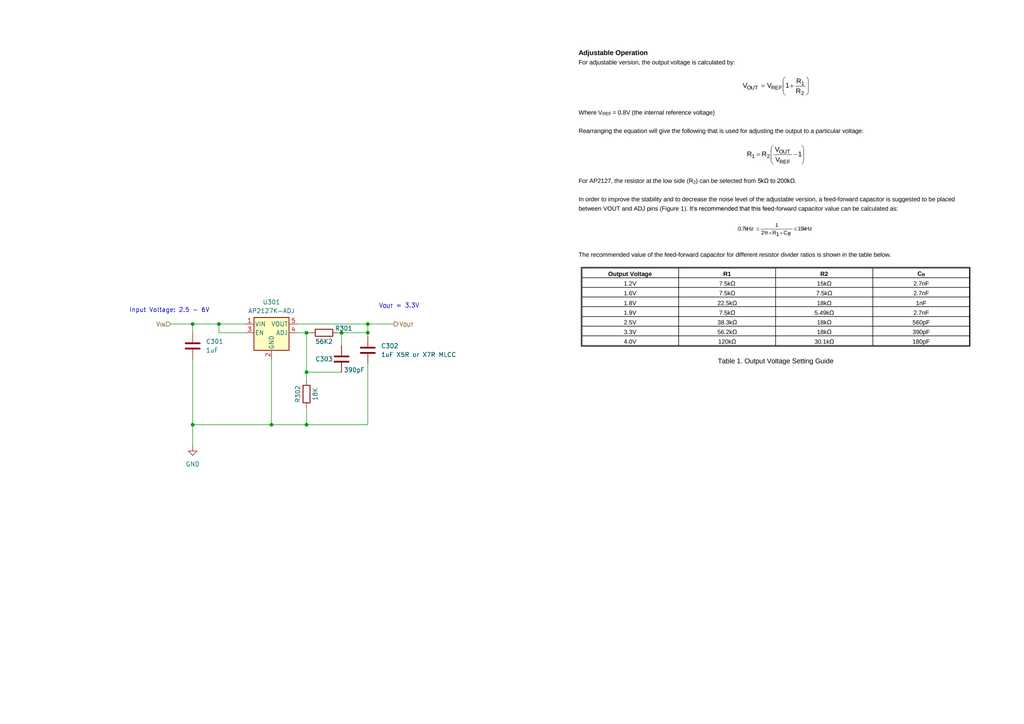
<source format=kicad_sch>
(kicad_sch (version 20230121) (generator eeschema)
  (paper "A4")
  (lib_symbols
    (symbol "Device:C" (pin_numbers hide) (pin_names (offset 0.254))
      (property "Reference" "C" (at 0.635 2.54 0))
      (property "Value" "C" (at 0.635 -2.54 0))
      (symbol "C_0_1"
        (polyline (pts (xy -2.032 -0.762) (xy 2.032 -0.762)) (stroke (width 0.508)))
        (polyline (pts (xy -2.032 0.762) (xy 2.032 0.762)) (stroke (width 0.508)))
      )
      (symbol "C_1_1"
        (pin passive line (at 0 3.81 270) (length 2.794) (name "~") (number "1"))
        (pin passive line (at 0 -3.81 90) (length 2.794) (name "~") (number "2"))
      )
    )
    (symbol "Device:R" (pin_numbers hide) (pin_names (offset 0))
      (property "Reference" "R" (at 2.032 0 90))
      (property "Value" "R" (at 0 0 90))
      (symbol "R_0_1"
        (rectangle (start -1.016 -2.54) (end 1.016 2.54) (stroke (width 0.254)))
      )
      (symbol "R_1_1"
        (pin passive line (at 0 3.81 270) (length 1.27) (name "~") (number "1"))
        (pin passive line (at 0 -3.81 90) (length 1.27) (name "~") (number "2"))
      )
    )
    (symbol "Regulator_Linear:AP2127K-ADJ" (pin_names (offset 0.254))
      (property "Reference" "U" (at -5.08 5.715 0))
      (property "Value" "AP2127K-ADJ" (at 0 5.715 0))
      (symbol "AP2127K-ADJ_0_1"
        (rectangle (start -5.08 4.445) (end 5.08 -5.08) (stroke (width 0.254)) (fill (type background)))
      )
      (symbol "AP2127K-ADJ_1_1"
        (pin power_in line (at -7.62 2.54 0) (length 2.54) (name "VIN") (number "1"))
        (pin power_in line (at 0 -7.62 90) (length 2.54) (name "GND") (number "2"))
        (pin input line (at -7.62 0 0) (length 2.54) (name "EN") (number "3"))
        (pin input line (at 7.62 0 180) (length 2.54) (name "ADJ") (number "4"))
        (pin power_out line (at 7.62 2.54 180) (length 2.54) (name "VOUT") (number "5"))
      )
    )
    (symbol "power:GND" (power) (pin_names (offset 0))
      (property "Value" "GND" (at 0 -3.81 0))
      (symbol "GND_0_1"
        (polyline (pts (xy 0 0) (xy 0 -1.27) (xy 1.27 -1.27) (xy 0 -2.54) (xy -1.27 -1.27) (xy 0 -1.27)))
      )
      (symbol "GND_1_1"
        (pin power_in line (at 0 0 270) (length 0) hide (name "GND") (number "1"))
      )
    )
  )
  (junction (at 55.88 93.98))
  (junction (at 88.9 123.19))
  (junction (at 55.88 123.19))
  (junction (at 63.5 93.98))
  (junction (at 88.9 96.52))
  (junction (at 78.74 123.19))
  (junction (at 99.06 96.52))
  (junction (at 88.9 107.95))
  (junction (at 106.68 93.98))
  (junction (at 106.68 96.52))
  (wire (pts (xy 88.9 96.52) (xy 90.17 96.52)))
  (wire (pts (xy 78.74 104.14) (xy 78.74 123.19)))
  (wire (pts (xy 88.9 96.52) (xy 88.9 107.95)))
  (wire (pts (xy 106.68 96.52) (xy 106.68 93.98)))
  (wire (pts (xy 106.68 96.52) (xy 106.68 97.79)))
  (wire (pts (xy 97.79 96.52) (xy 99.06 96.52)))
  (wire (pts (xy 88.9 107.95) (xy 88.9 110.49)))
  (wire (pts (xy 88.9 123.19) (xy 106.68 123.19)))
  (wire (pts (xy 49.53 93.98) (xy 55.88 93.98)))
  (wire (pts (xy 86.36 96.52) (xy 88.9 96.52)))
  (wire (pts (xy 55.88 104.14) (xy 55.88 123.19)))
  (wire (pts (xy 106.68 105.41) (xy 106.68 123.19)))
  (wire (pts (xy 71.12 96.52) (xy 63.5 96.52)))
  (wire (pts (xy 78.74 123.19) (xy 88.9 123.19)))
  (wire (pts (xy 63.5 96.52) (xy 63.5 93.98)))
  (wire (pts (xy 55.88 123.19) (xy 55.88 129.54)))
  (wire (pts (xy 99.06 96.52) (xy 106.68 96.52)))
  (wire (pts (xy 106.68 93.98) (xy 86.36 93.98)))
  (wire (pts (xy 55.88 123.19) (xy 78.74 123.19)))
  (wire (pts (xy 55.88 93.98) (xy 55.88 96.52)))
  (wire (pts (xy 88.9 107.95) (xy 99.06 107.95)))
  (wire (pts (xy 106.68 93.98) (xy 114.3 93.98)))
  (wire (pts (xy 55.88 93.98) (xy 63.5 93.98)))
  (wire (pts (xy 88.9 118.11) (xy 88.9 123.19)))
  (wire (pts (xy 99.06 100.33) (xy 99.06 96.52)))
  (wire (pts (xy 63.5 93.98) (xy 71.12 93.98)))
  (image (at 224.79 60.325))
  (text "V_{OUT} = 3.3V" (at 109.855 89.535 0) (effects (font (size 1.27 1.27)) (justify left bottom)))
  (text "Input Voltage: 2.5 - 6V" (at 37.465 90.805 0) (effects (font (size 1.27 1.27)) (justify left bottom)))
  (hierarchical_label "V_{OUT}" (shape output) (at 114.3 93.98 0))
  (hierarchical_label "V_{IN}" (shape input) (at 49.53 93.98 180))
  (symbol (lib_id "power:GND") (at 55.88 129.54 0) (unit 1)
    (property "Reference" "#PWR0302" (effects hide))
    (property "Value" "GND" (at 55.88 134.62 0))
  )
  (symbol (lib_id "Device:R") (at 93.98 96.52 90) (unit 1)
    (property "Reference" "R301" (at 99.695 95.25 90))
    (property "Value" "56K2" (at 93.98 99.06 90))
    (property "Footprint" "Resistor_SMD:R_0402_1005Metric" (effects hide))
    (property "Description" "电阻类型: 厚膜电阻 阻值: 56.2kΩ 精度: ±1% 功率: 62.5mW 温度系数: ±100ppm/℃ 最大工作电压: 50V 工作温" (effects hide))
    (property "LCSC" "C227142" (effects hide))
    (property "Vendor" "YAGEO(国巨)" (effects hide))
    (property "Vendor Model" "AC0402FR-0756K2L" (effects hide))
  )
  (symbol (lib_id "Device:C") (at 55.88 100.33 0) (unit 1)
    (property "Reference" "C301" (at 59.69 99.06 0) (effects (justify left)))
    (property "Value" "1uF" (at 59.69 101.6 0) (effects (justify left)))
    (property "Footprint" "Capacitor_SMD:C_0402_1005Metric" (effects hide))
    (property "Description" "容值: 1uF 精度: ±10% 额定电压: 25V 材质(温度系数): X5R 材质:X5R" (effects hide))
    (property "LCSC" "C52923" (effects hide))
    (property "Vendor" "SAMSUNG(三星)" (effects hide))
    (property "Vendor Model" "CL05A105KA5NQNC" (effects hide))
  )
  (symbol (lib_id "Device:C") (at 106.68 101.6 0) (unit 1)
    (property "Reference" "C302" (at 110.49 100.33 0) (effects (justify left)))
    (property "Value" "1uF X5R or X7R MLCC" (at 110.49 102.87 0) (effects (justify left)))
    (property "Footprint" "Capacitor_SMD:C_0402_1005Metric" (effects hide))
    (property "Description" "容值: 1uF 精度: ±10% 额定电压: 25V 材质(温度系数): X5R 材质:X5R" (effects hide))
    (property "LCSC" "C52923" (effects hide))
    (property "Vendor" "SAMSUNG(三星)" (effects hide))
    (property "Vendor Model" "CL05A105KA5NQNC" (effects hide))
  )
  (symbol (lib_id "Device:C") (at 99.06 104.14 0) (unit 1)
    (property "Reference" "C303" (at 91.44 104.14 0) (effects (justify left)))
    (property "Value" "390pF" (at 99.695 107.315 0) (effects (justify left)))
    (property "Footprint" "Capacitor_SMD:C_0402_1005Metric" (effects hide))
    (property "Description" "容值: 390pF 精度: ±10% 额定电压: 50V 材质(温度系数): X7R 材质:X7R" (effects hide))
    (property "LCSC" "C26210" (effects hide))
    (property "Vendor" "FH(风华)" (effects hide))
    (property "Vendor Model" "0402B391K500NT" (effects hide))
  )
  (symbol (lib_id "Device:R") (at 88.9 114.3 0) (unit 1)
    (property "Reference" "R302" (at 86.36 114.3 90))
    (property "Value" "18K" (at 91.44 114.3 90))
    (property "Footprint" "Resistor_SMD:R_0402_1005Metric" (effects hide))
    (property "Description" "电阻类型: 厚膜电阻 阻值: 18kΩ 精度: ±1% 功率: 1/16W 温度系数: ±100ppm/℃ 最大工作电压: 50V 工作温度范围: -55℃~+155℃" (effects hide))
    (property "LCSC" "C25762" (effects hide))
    (property "Vendor" "UNI-ROYAL(厚声)" (effects hide))
    (property "Vendor Model" "0402WGF1802TCE" (effects hide))
  )
  (symbol (lib_id "Regulator_Linear:AP2127K-ADJ") (at 78.74 96.52 0) (unit 1)
    (property "Reference" "U301" (at 78.74 87.63 0))
    (property "Value" "AP2127K-ADJ" (at 78.74 90.17 0))
    (property "Footprint" "Package_TO_SOT_SMD:SOT-23-5" (effects hide))
    (property "Datasheet" "https://www.diodes.com/assets/Datasheets/AP2127.pdf" (effects hide))
    (property "Description" "输出类型: 可调 输出极性: 正 输出通道数: 1 最大输入电压: 6V 输出电压: 0.8V~5.5V 压差: 300mV@(300mA) 静态" (effects hide))
    (property "LCSC" "C96343" (effects hide))
    (property "Vendor" "DIODES(美台)" (effects hide))
    (property "Vendor Model" "AP2127K-ADJTRG1" (effects hide))
  )
)
</source>
